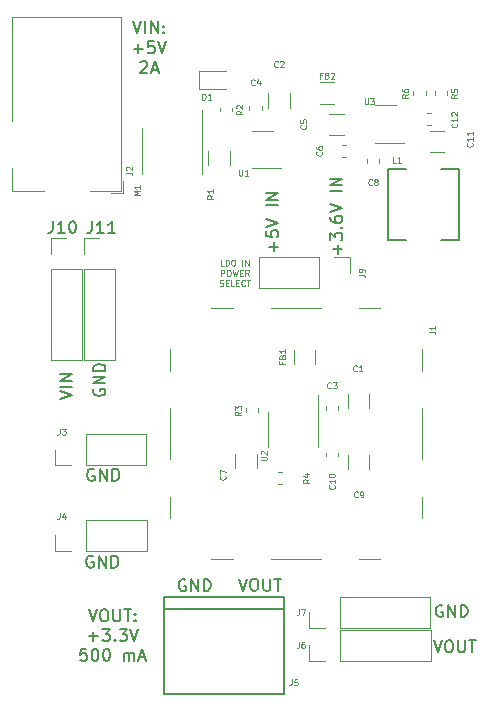
<source format=gbr>
G04 #@! TF.GenerationSoftware,KiCad,Pcbnew,(5.1.6)-1*
G04 #@! TF.CreationDate,2020-08-22T12:18:14-07:00*
G04 #@! TF.ProjectId,Ultra_Low_Noise_Bias_Supply,556c7472-615f-44c6-9f77-5f4e6f697365,rev?*
G04 #@! TF.SameCoordinates,Original*
G04 #@! TF.FileFunction,Legend,Top*
G04 #@! TF.FilePolarity,Positive*
%FSLAX46Y46*%
G04 Gerber Fmt 4.6, Leading zero omitted, Abs format (unit mm)*
G04 Created by KiCad (PCBNEW (5.1.6)-1) date 2020-08-22 12:18:14*
%MOMM*%
%LPD*%
G01*
G04 APERTURE LIST*
%ADD10C,0.152400*%
%ADD11C,0.101600*%
%ADD12C,0.127000*%
%ADD13C,0.120000*%
%ADD14C,0.150000*%
G04 APERTURE END LIST*
D10*
X143900071Y-78186642D02*
X143900071Y-77412547D01*
X144287119Y-77799595D02*
X143513023Y-77799595D01*
X143271119Y-77025500D02*
X143271119Y-76396547D01*
X143658166Y-76735214D01*
X143658166Y-76590071D01*
X143706547Y-76493309D01*
X143754928Y-76444928D01*
X143851690Y-76396547D01*
X144093595Y-76396547D01*
X144190357Y-76444928D01*
X144238738Y-76493309D01*
X144287119Y-76590071D01*
X144287119Y-76880357D01*
X144238738Y-76977119D01*
X144190357Y-77025500D01*
X144190357Y-75961119D02*
X144238738Y-75912738D01*
X144287119Y-75961119D01*
X144238738Y-76009500D01*
X144190357Y-75961119D01*
X144287119Y-75961119D01*
X143271119Y-75041880D02*
X143271119Y-75235404D01*
X143319500Y-75332166D01*
X143367880Y-75380547D01*
X143513023Y-75477309D01*
X143706547Y-75525690D01*
X144093595Y-75525690D01*
X144190357Y-75477309D01*
X144238738Y-75428928D01*
X144287119Y-75332166D01*
X144287119Y-75138642D01*
X144238738Y-75041880D01*
X144190357Y-74993500D01*
X144093595Y-74945119D01*
X143851690Y-74945119D01*
X143754928Y-74993500D01*
X143706547Y-75041880D01*
X143658166Y-75138642D01*
X143658166Y-75332166D01*
X143706547Y-75428928D01*
X143754928Y-75477309D01*
X143851690Y-75525690D01*
X143271119Y-74654833D02*
X144287119Y-74316166D01*
X143271119Y-73977500D01*
X144287119Y-72864738D02*
X143271119Y-72864738D01*
X144287119Y-72380928D02*
X143271119Y-72380928D01*
X144287119Y-71800357D01*
X143271119Y-71800357D01*
X138484791Y-77948608D02*
X138484791Y-77174513D01*
X138871839Y-77561560D02*
X138097743Y-77561560D01*
X137855839Y-76206894D02*
X137855839Y-76690703D01*
X138339648Y-76739084D01*
X138291267Y-76690703D01*
X138242886Y-76593941D01*
X138242886Y-76352037D01*
X138291267Y-76255275D01*
X138339648Y-76206894D01*
X138436410Y-76158513D01*
X138678315Y-76158513D01*
X138775077Y-76206894D01*
X138823458Y-76255275D01*
X138871839Y-76352037D01*
X138871839Y-76593941D01*
X138823458Y-76690703D01*
X138775077Y-76739084D01*
X137855839Y-75868227D02*
X138871839Y-75529560D01*
X137855839Y-75190894D01*
X138871839Y-74078132D02*
X137855839Y-74078132D01*
X138871839Y-73594322D02*
X137855839Y-73594322D01*
X138871839Y-73013751D01*
X137855839Y-73013751D01*
D11*
X134248071Y-79173009D02*
X134006166Y-79173009D01*
X134006166Y-78665009D01*
X134417404Y-79173009D02*
X134417404Y-78665009D01*
X134538357Y-78665009D01*
X134610928Y-78689200D01*
X134659309Y-78737580D01*
X134683500Y-78785961D01*
X134707690Y-78882723D01*
X134707690Y-78955295D01*
X134683500Y-79052057D01*
X134659309Y-79100438D01*
X134610928Y-79148819D01*
X134538357Y-79173009D01*
X134417404Y-79173009D01*
X135022166Y-78665009D02*
X135118928Y-78665009D01*
X135167309Y-78689200D01*
X135215690Y-78737580D01*
X135239880Y-78834342D01*
X135239880Y-79003676D01*
X135215690Y-79100438D01*
X135167309Y-79148819D01*
X135118928Y-79173009D01*
X135022166Y-79173009D01*
X134973785Y-79148819D01*
X134925404Y-79100438D01*
X134901214Y-79003676D01*
X134901214Y-78834342D01*
X134925404Y-78737580D01*
X134973785Y-78689200D01*
X135022166Y-78665009D01*
X135844642Y-79173009D02*
X135844642Y-78665009D01*
X136086547Y-79173009D02*
X136086547Y-78665009D01*
X136376833Y-79173009D01*
X136376833Y-78665009D01*
X134018261Y-80036609D02*
X134018261Y-79528609D01*
X134211785Y-79528609D01*
X134260166Y-79552800D01*
X134284357Y-79576990D01*
X134308547Y-79625371D01*
X134308547Y-79697942D01*
X134284357Y-79746323D01*
X134260166Y-79770514D01*
X134211785Y-79794704D01*
X134018261Y-79794704D01*
X134623023Y-79528609D02*
X134719785Y-79528609D01*
X134768166Y-79552800D01*
X134816547Y-79601180D01*
X134840738Y-79697942D01*
X134840738Y-79867276D01*
X134816547Y-79964038D01*
X134768166Y-80012419D01*
X134719785Y-80036609D01*
X134623023Y-80036609D01*
X134574642Y-80012419D01*
X134526261Y-79964038D01*
X134502071Y-79867276D01*
X134502071Y-79697942D01*
X134526261Y-79601180D01*
X134574642Y-79552800D01*
X134623023Y-79528609D01*
X135010071Y-79528609D02*
X135131023Y-80036609D01*
X135227785Y-79673752D01*
X135324547Y-80036609D01*
X135445500Y-79528609D01*
X135639023Y-79770514D02*
X135808357Y-79770514D01*
X135880928Y-80036609D02*
X135639023Y-80036609D01*
X135639023Y-79528609D01*
X135880928Y-79528609D01*
X136388928Y-80036609D02*
X136219595Y-79794704D01*
X136098642Y-80036609D02*
X136098642Y-79528609D01*
X136292166Y-79528609D01*
X136340547Y-79552800D01*
X136364738Y-79576990D01*
X136388928Y-79625371D01*
X136388928Y-79697942D01*
X136364738Y-79746323D01*
X136340547Y-79770514D01*
X136292166Y-79794704D01*
X136098642Y-79794704D01*
X133933595Y-80876019D02*
X134006166Y-80900209D01*
X134127119Y-80900209D01*
X134175500Y-80876019D01*
X134199690Y-80851828D01*
X134223880Y-80803447D01*
X134223880Y-80755066D01*
X134199690Y-80706685D01*
X134175500Y-80682495D01*
X134127119Y-80658304D01*
X134030357Y-80634114D01*
X133981976Y-80609923D01*
X133957785Y-80585733D01*
X133933595Y-80537352D01*
X133933595Y-80488971D01*
X133957785Y-80440590D01*
X133981976Y-80416400D01*
X134030357Y-80392209D01*
X134151309Y-80392209D01*
X134223880Y-80416400D01*
X134441595Y-80634114D02*
X134610928Y-80634114D01*
X134683500Y-80900209D02*
X134441595Y-80900209D01*
X134441595Y-80392209D01*
X134683500Y-80392209D01*
X135143119Y-80900209D02*
X134901214Y-80900209D01*
X134901214Y-80392209D01*
X135312452Y-80634114D02*
X135481785Y-80634114D01*
X135554357Y-80900209D02*
X135312452Y-80900209D01*
X135312452Y-80392209D01*
X135554357Y-80392209D01*
X136062357Y-80851828D02*
X136038166Y-80876019D01*
X135965595Y-80900209D01*
X135917214Y-80900209D01*
X135844642Y-80876019D01*
X135796261Y-80827638D01*
X135772071Y-80779257D01*
X135747880Y-80682495D01*
X135747880Y-80609923D01*
X135772071Y-80513161D01*
X135796261Y-80464780D01*
X135844642Y-80416400D01*
X135917214Y-80392209D01*
X135965595Y-80392209D01*
X136038166Y-80416400D01*
X136062357Y-80440590D01*
X136207500Y-80392209D02*
X136497785Y-80392209D01*
X136352642Y-80900209D02*
X136352642Y-80392209D01*
D10*
X126582593Y-58498619D02*
X126921260Y-59514619D01*
X127259926Y-58498619D01*
X127598593Y-59514619D02*
X127598593Y-58498619D01*
X128082402Y-59514619D02*
X128082402Y-58498619D01*
X128662974Y-59514619D01*
X128662974Y-58498619D01*
X129146783Y-59417857D02*
X129195164Y-59466238D01*
X129146783Y-59514619D01*
X129098402Y-59466238D01*
X129146783Y-59417857D01*
X129146783Y-59514619D01*
X129146783Y-58885666D02*
X129195164Y-58934047D01*
X129146783Y-58982428D01*
X129098402Y-58934047D01*
X129146783Y-58885666D01*
X129146783Y-58982428D01*
X126630974Y-60803971D02*
X127405069Y-60803971D01*
X127018021Y-61191019D02*
X127018021Y-60416923D01*
X128372688Y-60175019D02*
X127888879Y-60175019D01*
X127840498Y-60658828D01*
X127888879Y-60610447D01*
X127985640Y-60562066D01*
X128227545Y-60562066D01*
X128324307Y-60610447D01*
X128372688Y-60658828D01*
X128421069Y-60755590D01*
X128421069Y-60997495D01*
X128372688Y-61094257D01*
X128324307Y-61142638D01*
X128227545Y-61191019D01*
X127985640Y-61191019D01*
X127888879Y-61142638D01*
X127840498Y-61094257D01*
X128711355Y-60175019D02*
X129050021Y-61191019D01*
X129388688Y-60175019D01*
X127211545Y-61948180D02*
X127259926Y-61899800D01*
X127356688Y-61851419D01*
X127598593Y-61851419D01*
X127695355Y-61899800D01*
X127743736Y-61948180D01*
X127792117Y-62044942D01*
X127792117Y-62141704D01*
X127743736Y-62286847D01*
X127163164Y-62867419D01*
X127792117Y-62867419D01*
X128179164Y-62577133D02*
X128662974Y-62577133D01*
X128082402Y-62867419D02*
X128421069Y-61851419D01*
X128759736Y-62867419D01*
X122834400Y-108267379D02*
X123173066Y-109283379D01*
X123511733Y-108267379D01*
X124043923Y-108267379D02*
X124237447Y-108267379D01*
X124334209Y-108315760D01*
X124430971Y-108412521D01*
X124479352Y-108606045D01*
X124479352Y-108944712D01*
X124430971Y-109138236D01*
X124334209Y-109234998D01*
X124237447Y-109283379D01*
X124043923Y-109283379D01*
X123947161Y-109234998D01*
X123850400Y-109138236D01*
X123802019Y-108944712D01*
X123802019Y-108606045D01*
X123850400Y-108412521D01*
X123947161Y-108315760D01*
X124043923Y-108267379D01*
X124914780Y-108267379D02*
X124914780Y-109089855D01*
X124963161Y-109186617D01*
X125011542Y-109234998D01*
X125108304Y-109283379D01*
X125301828Y-109283379D01*
X125398590Y-109234998D01*
X125446971Y-109186617D01*
X125495352Y-109089855D01*
X125495352Y-108267379D01*
X125834019Y-108267379D02*
X126414590Y-108267379D01*
X126124304Y-109283379D02*
X126124304Y-108267379D01*
X126753257Y-109186617D02*
X126801638Y-109234998D01*
X126753257Y-109283379D01*
X126704876Y-109234998D01*
X126753257Y-109186617D01*
X126753257Y-109283379D01*
X126753257Y-108654426D02*
X126801638Y-108702807D01*
X126753257Y-108751188D01*
X126704876Y-108702807D01*
X126753257Y-108654426D01*
X126753257Y-108751188D01*
X122834400Y-110572731D02*
X123608495Y-110572731D01*
X123221447Y-110959779D02*
X123221447Y-110185683D01*
X123995542Y-109943779D02*
X124624495Y-109943779D01*
X124285828Y-110330826D01*
X124430971Y-110330826D01*
X124527733Y-110379207D01*
X124576114Y-110427588D01*
X124624495Y-110524350D01*
X124624495Y-110766255D01*
X124576114Y-110863017D01*
X124527733Y-110911398D01*
X124430971Y-110959779D01*
X124140685Y-110959779D01*
X124043923Y-110911398D01*
X123995542Y-110863017D01*
X125059923Y-110863017D02*
X125108304Y-110911398D01*
X125059923Y-110959779D01*
X125011542Y-110911398D01*
X125059923Y-110863017D01*
X125059923Y-110959779D01*
X125446971Y-109943779D02*
X126075923Y-109943779D01*
X125737257Y-110330826D01*
X125882400Y-110330826D01*
X125979161Y-110379207D01*
X126027542Y-110427588D01*
X126075923Y-110524350D01*
X126075923Y-110766255D01*
X126027542Y-110863017D01*
X125979161Y-110911398D01*
X125882400Y-110959779D01*
X125592114Y-110959779D01*
X125495352Y-110911398D01*
X125446971Y-110863017D01*
X126366209Y-109943779D02*
X126704876Y-110959779D01*
X127043542Y-109943779D01*
X122640876Y-111620179D02*
X122157066Y-111620179D01*
X122108685Y-112103988D01*
X122157066Y-112055607D01*
X122253828Y-112007226D01*
X122495733Y-112007226D01*
X122592495Y-112055607D01*
X122640876Y-112103988D01*
X122689257Y-112200750D01*
X122689257Y-112442655D01*
X122640876Y-112539417D01*
X122592495Y-112587798D01*
X122495733Y-112636179D01*
X122253828Y-112636179D01*
X122157066Y-112587798D01*
X122108685Y-112539417D01*
X123318209Y-111620179D02*
X123414971Y-111620179D01*
X123511733Y-111668560D01*
X123560114Y-111716940D01*
X123608495Y-111813702D01*
X123656876Y-112007226D01*
X123656876Y-112249131D01*
X123608495Y-112442655D01*
X123560114Y-112539417D01*
X123511733Y-112587798D01*
X123414971Y-112636179D01*
X123318209Y-112636179D01*
X123221447Y-112587798D01*
X123173066Y-112539417D01*
X123124685Y-112442655D01*
X123076304Y-112249131D01*
X123076304Y-112007226D01*
X123124685Y-111813702D01*
X123173066Y-111716940D01*
X123221447Y-111668560D01*
X123318209Y-111620179D01*
X124285828Y-111620179D02*
X124382590Y-111620179D01*
X124479352Y-111668560D01*
X124527733Y-111716940D01*
X124576114Y-111813702D01*
X124624495Y-112007226D01*
X124624495Y-112249131D01*
X124576114Y-112442655D01*
X124527733Y-112539417D01*
X124479352Y-112587798D01*
X124382590Y-112636179D01*
X124285828Y-112636179D01*
X124189066Y-112587798D01*
X124140685Y-112539417D01*
X124092304Y-112442655D01*
X124043923Y-112249131D01*
X124043923Y-112007226D01*
X124092304Y-111813702D01*
X124140685Y-111716940D01*
X124189066Y-111668560D01*
X124285828Y-111620179D01*
X125834019Y-112636179D02*
X125834019Y-111958845D01*
X125834019Y-112055607D02*
X125882400Y-112007226D01*
X125979161Y-111958845D01*
X126124304Y-111958845D01*
X126221066Y-112007226D01*
X126269447Y-112103988D01*
X126269447Y-112636179D01*
X126269447Y-112103988D02*
X126317828Y-112007226D01*
X126414590Y-111958845D01*
X126559733Y-111958845D01*
X126656495Y-112007226D01*
X126704876Y-112103988D01*
X126704876Y-112636179D01*
X127140304Y-112345893D02*
X127624114Y-112345893D01*
X127043542Y-112636179D02*
X127382209Y-111620179D01*
X127720876Y-112636179D01*
X120433979Y-90462341D02*
X121449979Y-90123675D01*
X120433979Y-89785008D01*
X121449979Y-89446341D02*
X120433979Y-89446341D01*
X121449979Y-88962532D02*
X120433979Y-88962532D01*
X121449979Y-88381960D01*
X120433979Y-88381960D01*
X123271280Y-89630915D02*
X123222899Y-89727677D01*
X123222899Y-89872820D01*
X123271280Y-90017962D01*
X123368041Y-90114724D01*
X123464803Y-90163105D01*
X123658327Y-90211486D01*
X123803470Y-90211486D01*
X123996994Y-90163105D01*
X124093756Y-90114724D01*
X124190518Y-90017962D01*
X124238899Y-89872820D01*
X124238899Y-89776058D01*
X124190518Y-89630915D01*
X124142137Y-89582534D01*
X123803470Y-89582534D01*
X123803470Y-89776058D01*
X124238899Y-89147105D02*
X123222899Y-89147105D01*
X124238899Y-88566534D01*
X123222899Y-88566534D01*
X124238899Y-88082724D02*
X123222899Y-88082724D01*
X123222899Y-87840820D01*
X123271280Y-87695677D01*
X123368041Y-87598915D01*
X123464803Y-87550534D01*
X123658327Y-87502153D01*
X123803470Y-87502153D01*
X123996994Y-87550534D01*
X124093756Y-87598915D01*
X124190518Y-87695677D01*
X124238899Y-87840820D01*
X124238899Y-88082724D01*
X123279504Y-96418400D02*
X123182742Y-96370019D01*
X123037600Y-96370019D01*
X122892457Y-96418400D01*
X122795695Y-96515161D01*
X122747314Y-96611923D01*
X122698933Y-96805447D01*
X122698933Y-96950590D01*
X122747314Y-97144114D01*
X122795695Y-97240876D01*
X122892457Y-97337638D01*
X123037600Y-97386019D01*
X123134361Y-97386019D01*
X123279504Y-97337638D01*
X123327885Y-97289257D01*
X123327885Y-96950590D01*
X123134361Y-96950590D01*
X123763314Y-97386019D02*
X123763314Y-96370019D01*
X124343885Y-97386019D01*
X124343885Y-96370019D01*
X124827695Y-97386019D02*
X124827695Y-96370019D01*
X125069600Y-96370019D01*
X125214742Y-96418400D01*
X125311504Y-96515161D01*
X125359885Y-96611923D01*
X125408266Y-96805447D01*
X125408266Y-96950590D01*
X125359885Y-97144114D01*
X125311504Y-97240876D01*
X125214742Y-97337638D01*
X125069600Y-97386019D01*
X124827695Y-97386019D01*
X123216004Y-103774240D02*
X123119242Y-103725859D01*
X122974100Y-103725859D01*
X122828957Y-103774240D01*
X122732195Y-103871001D01*
X122683814Y-103967763D01*
X122635433Y-104161287D01*
X122635433Y-104306430D01*
X122683814Y-104499954D01*
X122732195Y-104596716D01*
X122828957Y-104693478D01*
X122974100Y-104741859D01*
X123070861Y-104741859D01*
X123216004Y-104693478D01*
X123264385Y-104645097D01*
X123264385Y-104306430D01*
X123070861Y-104306430D01*
X123699814Y-104741859D02*
X123699814Y-103725859D01*
X124280385Y-104741859D01*
X124280385Y-103725859D01*
X124764195Y-104741859D02*
X124764195Y-103725859D01*
X125006100Y-103725859D01*
X125151242Y-103774240D01*
X125248004Y-103871001D01*
X125296385Y-103967763D01*
X125344766Y-104161287D01*
X125344766Y-104306430D01*
X125296385Y-104499954D01*
X125248004Y-104596716D01*
X125151242Y-104693478D01*
X125006100Y-104741859D01*
X124764195Y-104741859D01*
X131021424Y-105765600D02*
X130924662Y-105717219D01*
X130779520Y-105717219D01*
X130634377Y-105765600D01*
X130537615Y-105862361D01*
X130489234Y-105959123D01*
X130440853Y-106152647D01*
X130440853Y-106297790D01*
X130489234Y-106491314D01*
X130537615Y-106588076D01*
X130634377Y-106684838D01*
X130779520Y-106733219D01*
X130876281Y-106733219D01*
X131021424Y-106684838D01*
X131069805Y-106636457D01*
X131069805Y-106297790D01*
X130876281Y-106297790D01*
X131505234Y-106733219D02*
X131505234Y-105717219D01*
X132085805Y-106733219D01*
X132085805Y-105717219D01*
X132569615Y-106733219D02*
X132569615Y-105717219D01*
X132811520Y-105717219D01*
X132956662Y-105765600D01*
X133053424Y-105862361D01*
X133101805Y-105959123D01*
X133150186Y-106152647D01*
X133150186Y-106297790D01*
X133101805Y-106491314D01*
X133053424Y-106588076D01*
X132956662Y-106684838D01*
X132811520Y-106733219D01*
X132569615Y-106733219D01*
X135540084Y-105681659D02*
X135878751Y-106697659D01*
X136217418Y-105681659D01*
X136749608Y-105681659D02*
X136943132Y-105681659D01*
X137039894Y-105730040D01*
X137136656Y-105826801D01*
X137185037Y-106020325D01*
X137185037Y-106358992D01*
X137136656Y-106552516D01*
X137039894Y-106649278D01*
X136943132Y-106697659D01*
X136749608Y-106697659D01*
X136652846Y-106649278D01*
X136556084Y-106552516D01*
X136507703Y-106358992D01*
X136507703Y-106020325D01*
X136556084Y-105826801D01*
X136652846Y-105730040D01*
X136749608Y-105681659D01*
X137620465Y-105681659D02*
X137620465Y-106504135D01*
X137668846Y-106600897D01*
X137717227Y-106649278D01*
X137813989Y-106697659D01*
X138007513Y-106697659D01*
X138104275Y-106649278D01*
X138152656Y-106600897D01*
X138201037Y-106504135D01*
X138201037Y-105681659D01*
X138539703Y-105681659D02*
X139120275Y-105681659D01*
X138829989Y-106697659D02*
X138829989Y-105681659D01*
X152784144Y-107960160D02*
X152687382Y-107911779D01*
X152542240Y-107911779D01*
X152397097Y-107960160D01*
X152300335Y-108056921D01*
X152251954Y-108153683D01*
X152203573Y-108347207D01*
X152203573Y-108492350D01*
X152251954Y-108685874D01*
X152300335Y-108782636D01*
X152397097Y-108879398D01*
X152542240Y-108927779D01*
X152639001Y-108927779D01*
X152784144Y-108879398D01*
X152832525Y-108831017D01*
X152832525Y-108492350D01*
X152639001Y-108492350D01*
X153267954Y-108927779D02*
X153267954Y-107911779D01*
X153848525Y-108927779D01*
X153848525Y-107911779D01*
X154332335Y-108927779D02*
X154332335Y-107911779D01*
X154574240Y-107911779D01*
X154719382Y-107960160D01*
X154816144Y-108056921D01*
X154864525Y-108153683D01*
X154912906Y-108347207D01*
X154912906Y-108492350D01*
X154864525Y-108685874D01*
X154816144Y-108782636D01*
X154719382Y-108879398D01*
X154574240Y-108927779D01*
X154332335Y-108927779D01*
X152029764Y-110903899D02*
X152368431Y-111919899D01*
X152707098Y-110903899D01*
X153239288Y-110903899D02*
X153432812Y-110903899D01*
X153529574Y-110952280D01*
X153626336Y-111049041D01*
X153674717Y-111242565D01*
X153674717Y-111581232D01*
X153626336Y-111774756D01*
X153529574Y-111871518D01*
X153432812Y-111919899D01*
X153239288Y-111919899D01*
X153142526Y-111871518D01*
X153045764Y-111774756D01*
X152997383Y-111581232D01*
X152997383Y-111242565D01*
X153045764Y-111049041D01*
X153142526Y-110952280D01*
X153239288Y-110903899D01*
X154110145Y-110903899D02*
X154110145Y-111726375D01*
X154158526Y-111823137D01*
X154206907Y-111871518D01*
X154303669Y-111919899D01*
X154497193Y-111919899D01*
X154593955Y-111871518D01*
X154642336Y-111823137D01*
X154690717Y-111726375D01*
X154690717Y-110903899D01*
X155029383Y-110903899D02*
X155609955Y-110903899D01*
X155319669Y-111919899D02*
X155319669Y-110903899D01*
D12*
X139329160Y-108266300D02*
X129169160Y-108266300D01*
X139329160Y-108266300D02*
X139329160Y-115466300D01*
X139329160Y-107266300D02*
X139329160Y-108266300D01*
X129169160Y-107266300D02*
X139329160Y-107266300D01*
X129169160Y-108266300D02*
X129169160Y-107266300D01*
X129169160Y-115466300D02*
X129169160Y-108266300D01*
X139329160Y-115466300D02*
X129169160Y-115466300D01*
D13*
X135254320Y-96332124D02*
X135254320Y-95127996D01*
X137074320Y-96332124D02*
X137074320Y-95127996D01*
X122398480Y-87126120D02*
X125058480Y-87126120D01*
X122398480Y-79446120D02*
X122398480Y-87126120D01*
X125058480Y-79446120D02*
X125058480Y-87126120D01*
X122398480Y-79446120D02*
X125058480Y-79446120D01*
X122398480Y-78176120D02*
X122398480Y-76846120D01*
X122398480Y-76846120D02*
X123728480Y-76846120D01*
X119614640Y-87146440D02*
X122274640Y-87146440D01*
X119614640Y-79466440D02*
X119614640Y-87146440D01*
X122274640Y-79466440D02*
X122274640Y-87146440D01*
X119614640Y-79466440D02*
X122274640Y-79466440D01*
X119614640Y-78196440D02*
X119614640Y-76866440D01*
X119614640Y-76866440D02*
X120944640Y-76866440D01*
X137221920Y-78438700D02*
X137221920Y-81098700D01*
X142361920Y-78438700D02*
X137221920Y-78438700D01*
X142361920Y-81098700D02*
X137221920Y-81098700D01*
X142361920Y-78438700D02*
X142361920Y-81098700D01*
X143631920Y-78438700D02*
X144961920Y-78438700D01*
X144961920Y-78438700D02*
X144961920Y-79768700D01*
X151769120Y-109856580D02*
X151769120Y-107196580D01*
X144089120Y-109856580D02*
X151769120Y-109856580D01*
X144089120Y-107196580D02*
X151769120Y-107196580D01*
X144089120Y-109856580D02*
X144089120Y-107196580D01*
X142819120Y-109856580D02*
X141489120Y-109856580D01*
X141489120Y-109856580D02*
X141489120Y-108526580D01*
X151782120Y-112641820D02*
X151782120Y-109981820D01*
X144102120Y-112641820D02*
X151782120Y-112641820D01*
X144102120Y-109981820D02*
X151782120Y-109981820D01*
X144102120Y-112641820D02*
X144102120Y-109981820D01*
X142832120Y-112641820D02*
X141502120Y-112641820D01*
X141502120Y-112641820D02*
X141502120Y-111311820D01*
X127750880Y-103328780D02*
X127750880Y-100668780D01*
X122610880Y-103328780D02*
X127750880Y-103328780D01*
X122610880Y-100668780D02*
X127750880Y-100668780D01*
X122610880Y-103328780D02*
X122610880Y-100668780D01*
X121340880Y-103328780D02*
X120010880Y-103328780D01*
X120010880Y-103328780D02*
X120010880Y-101998780D01*
X127710240Y-96094860D02*
X127710240Y-93434860D01*
X122570240Y-96094860D02*
X127710240Y-96094860D01*
X122570240Y-93434860D02*
X127710240Y-93434860D01*
X122570240Y-96094860D02*
X122570240Y-93434860D01*
X121300240Y-96094860D02*
X119970240Y-96094860D01*
X119970240Y-96094860D02*
X119970240Y-94764860D01*
X124720040Y-73042960D02*
X125770040Y-73042960D01*
X125770040Y-71992960D02*
X125770040Y-73042960D01*
X116370040Y-66942960D02*
X116370040Y-58142960D01*
X116370040Y-58142960D02*
X125570040Y-58142960D01*
X119070040Y-72842960D02*
X116370040Y-72842960D01*
X116370040Y-72842960D02*
X116370040Y-70942960D01*
X125570040Y-58142960D02*
X125570040Y-72842960D01*
X125570040Y-72842960D02*
X122970040Y-72842960D01*
X152905544Y-69561120D02*
X151701416Y-69561120D01*
X152905544Y-67741120D02*
X151701416Y-67741120D01*
X144759000Y-96393084D02*
X144759000Y-95188956D01*
X146579000Y-96393084D02*
X146579000Y-95188956D01*
X144409244Y-68126020D02*
X143205116Y-68126020D01*
X144409244Y-66306020D02*
X143205116Y-66306020D01*
X138040700Y-65803864D02*
X138040700Y-64599736D01*
X139860700Y-65803864D02*
X139860700Y-64599736D01*
X146599320Y-90002276D02*
X146599320Y-91206404D01*
X144779320Y-90002276D02*
X144779320Y-91206404D01*
X151030720Y-86253420D02*
X151030720Y-88053420D01*
X129730720Y-86253420D02*
X129730720Y-88053420D01*
X151030720Y-91253420D02*
X151030720Y-95553420D01*
X129730720Y-91253420D02*
X129730720Y-95553420D01*
X151030720Y-98753420D02*
X151030720Y-100553420D01*
X129730720Y-98753420D02*
X129730720Y-100553420D01*
X147530720Y-82753420D02*
X145730720Y-82753420D01*
X147530720Y-104053420D02*
X145730720Y-104053420D01*
X142530720Y-82753420D02*
X138230720Y-82753420D01*
X142530720Y-104053420D02*
X138230720Y-104053420D01*
X135030720Y-82753420D02*
X133230720Y-82753420D01*
X135030720Y-104053420D02*
X133230720Y-104053420D01*
X148885480Y-65606020D02*
X147085480Y-65606020D01*
X147085480Y-68826020D02*
X149535480Y-68826020D01*
X138001480Y-93042740D02*
X138001480Y-94542740D01*
X138001480Y-93042740D02*
X138001480Y-91542740D01*
X142221480Y-93042740D02*
X142221480Y-94542740D01*
X142221480Y-93042740D02*
X142221480Y-90167740D01*
X138446400Y-67807400D02*
X136686400Y-67807400D01*
X136686400Y-70877400D02*
X139116400Y-70877400D01*
X150332980Y-64749899D02*
X150332980Y-64424341D01*
X151352980Y-64749899D02*
X151352980Y-64424341D01*
X153133520Y-64424341D02*
X153133520Y-64749899D01*
X152113520Y-64424341D02*
X152113520Y-64749899D01*
X139171899Y-97672620D02*
X138846341Y-97672620D01*
X139171899Y-96652620D02*
X138846341Y-96652620D01*
X136177560Y-91579919D02*
X136177560Y-91254361D01*
X137197560Y-91579919D02*
X137197560Y-91254361D01*
X134972520Y-65788321D02*
X134972520Y-66113879D01*
X133952520Y-65788321D02*
X133952520Y-66113879D01*
X134788320Y-69476536D02*
X134788320Y-70680664D01*
X132968320Y-69476536D02*
X132968320Y-70680664D01*
X127335600Y-69469000D02*
X127335600Y-71419000D01*
X127335600Y-69469000D02*
X127335600Y-67519000D01*
X132455600Y-69469000D02*
X132455600Y-71419000D01*
X132455600Y-69469000D02*
X132455600Y-66019000D01*
D14*
X149657940Y-77000360D02*
X148157940Y-77000360D01*
X148157940Y-77000360D02*
X148157940Y-71000360D01*
X148157940Y-71000360D02*
X149657940Y-71000360D01*
X154157940Y-77000360D02*
X152657940Y-77000360D01*
X152657940Y-71000360D02*
X154157940Y-71000360D01*
X154157940Y-77000360D02*
X154157940Y-71000360D01*
D13*
X143616764Y-65461560D02*
X142412636Y-65461560D01*
X143616764Y-63641560D02*
X142412636Y-63641560D01*
X140176840Y-87492924D02*
X140176840Y-86288796D01*
X141996840Y-87492924D02*
X141996840Y-86288796D01*
X134452260Y-62724360D02*
X132167260Y-62724360D01*
X132167260Y-62724360D02*
X132167260Y-64194360D01*
X132167260Y-64194360D02*
X134452260Y-64194360D01*
X151793159Y-67306920D02*
X151467601Y-67306920D01*
X151793159Y-66286920D02*
X151467601Y-66286920D01*
X142933960Y-95334039D02*
X142933960Y-95008481D01*
X143953960Y-95334039D02*
X143953960Y-95008481D01*
X146395980Y-70490299D02*
X146395980Y-70164741D01*
X147415980Y-70490299D02*
X147415980Y-70164741D01*
X144604959Y-69973920D02*
X144279401Y-69973920D01*
X144604959Y-68953920D02*
X144279401Y-68953920D01*
X136446800Y-65984339D02*
X136446800Y-65658781D01*
X137466800Y-65984339D02*
X137466800Y-65658781D01*
X143953960Y-91061321D02*
X143953960Y-91386879D01*
X142933960Y-91061321D02*
X142933960Y-91386879D01*
D11*
X140025966Y-114199609D02*
X140025966Y-114562466D01*
X140001776Y-114635038D01*
X139953395Y-114683419D01*
X139880823Y-114707609D01*
X139832442Y-114707609D01*
X140509776Y-114199609D02*
X140267871Y-114199609D01*
X140243680Y-114441514D01*
X140267871Y-114417323D01*
X140316252Y-114393133D01*
X140437204Y-114393133D01*
X140485585Y-114417323D01*
X140509776Y-114441514D01*
X140533966Y-114489895D01*
X140533966Y-114610847D01*
X140509776Y-114659228D01*
X140485585Y-114683419D01*
X140437204Y-114707609D01*
X140316252Y-114707609D01*
X140267871Y-114683419D01*
X140243680Y-114659228D01*
X134374708Y-96972966D02*
X134398899Y-96997157D01*
X134423089Y-97069728D01*
X134423089Y-97118109D01*
X134398899Y-97190680D01*
X134350518Y-97239061D01*
X134302137Y-97263252D01*
X134205375Y-97287442D01*
X134132803Y-97287442D01*
X134036041Y-97263252D01*
X133987660Y-97239061D01*
X133939280Y-97190680D01*
X133915089Y-97118109D01*
X133915089Y-97069728D01*
X133939280Y-96997157D01*
X133963470Y-96972966D01*
X133915089Y-96803633D02*
X133915089Y-96464966D01*
X134423089Y-96682680D01*
D14*
X123111996Y-75423780D02*
X123111996Y-76138066D01*
X123064377Y-76280923D01*
X122969139Y-76376161D01*
X122826281Y-76423780D01*
X122731043Y-76423780D01*
X124111996Y-76423780D02*
X123540567Y-76423780D01*
X123826281Y-76423780D02*
X123826281Y-75423780D01*
X123731043Y-75566638D01*
X123635805Y-75661876D01*
X123540567Y-75709495D01*
X125064377Y-76423780D02*
X124492948Y-76423780D01*
X124778662Y-76423780D02*
X124778662Y-75423780D01*
X124683424Y-75566638D01*
X124588186Y-75661876D01*
X124492948Y-75709495D01*
X119804916Y-75393300D02*
X119804916Y-76107586D01*
X119757297Y-76250443D01*
X119662059Y-76345681D01*
X119519201Y-76393300D01*
X119423963Y-76393300D01*
X120804916Y-76393300D02*
X120233487Y-76393300D01*
X120519201Y-76393300D02*
X120519201Y-75393300D01*
X120423963Y-75536158D01*
X120328725Y-75631396D01*
X120233487Y-75679015D01*
X121423963Y-75393300D02*
X121519201Y-75393300D01*
X121614440Y-75440920D01*
X121662059Y-75488539D01*
X121709678Y-75583777D01*
X121757297Y-75774253D01*
X121757297Y-76012348D01*
X121709678Y-76202824D01*
X121662059Y-76298062D01*
X121614440Y-76345681D01*
X121519201Y-76393300D01*
X121423963Y-76393300D01*
X121328725Y-76345681D01*
X121281106Y-76298062D01*
X121233487Y-76202824D01*
X121185868Y-76012348D01*
X121185868Y-75774253D01*
X121233487Y-75583777D01*
X121281106Y-75488539D01*
X121328725Y-75440920D01*
X121423963Y-75393300D01*
D11*
X145683729Y-79938033D02*
X146046586Y-79938033D01*
X146119158Y-79962223D01*
X146167539Y-80010604D01*
X146191729Y-80083176D01*
X146191729Y-80131557D01*
X146191729Y-79671938D02*
X146191729Y-79575176D01*
X146167539Y-79526795D01*
X146143348Y-79502604D01*
X146070777Y-79454223D01*
X145974015Y-79430033D01*
X145780491Y-79430033D01*
X145732110Y-79454223D01*
X145707920Y-79478414D01*
X145683729Y-79526795D01*
X145683729Y-79623557D01*
X145707920Y-79671938D01*
X145732110Y-79696128D01*
X145780491Y-79720319D01*
X145901443Y-79720319D01*
X145949824Y-79696128D01*
X145974015Y-79671938D01*
X145998205Y-79623557D01*
X145998205Y-79526795D01*
X145974015Y-79478414D01*
X145949824Y-79454223D01*
X145901443Y-79430033D01*
X140633026Y-108253469D02*
X140633026Y-108616326D01*
X140608836Y-108688898D01*
X140560455Y-108737279D01*
X140487883Y-108761469D01*
X140439502Y-108761469D01*
X140826550Y-108253469D02*
X141165217Y-108253469D01*
X140947502Y-108761469D01*
X140633026Y-111027149D02*
X140633026Y-111390006D01*
X140608836Y-111462578D01*
X140560455Y-111510959D01*
X140487883Y-111535149D01*
X140439502Y-111535149D01*
X141092645Y-111027149D02*
X140995883Y-111027149D01*
X140947502Y-111051340D01*
X140923312Y-111075530D01*
X140874931Y-111148101D01*
X140850740Y-111244863D01*
X140850740Y-111438387D01*
X140874931Y-111486768D01*
X140899121Y-111510959D01*
X140947502Y-111535149D01*
X141044264Y-111535149D01*
X141092645Y-111510959D01*
X141116836Y-111486768D01*
X141141026Y-111438387D01*
X141141026Y-111317435D01*
X141116836Y-111269054D01*
X141092645Y-111244863D01*
X141044264Y-111220673D01*
X140947502Y-111220673D01*
X140899121Y-111244863D01*
X140874931Y-111269054D01*
X140850740Y-111317435D01*
X120384146Y-100135629D02*
X120384146Y-100498486D01*
X120359956Y-100571058D01*
X120311575Y-100619439D01*
X120239003Y-100643629D01*
X120190622Y-100643629D01*
X120843765Y-100304962D02*
X120843765Y-100643629D01*
X120722813Y-100111439D02*
X120601860Y-100474296D01*
X120916337Y-100474296D01*
X120384146Y-92967749D02*
X120384146Y-93330606D01*
X120359956Y-93403178D01*
X120311575Y-93451559D01*
X120239003Y-93475749D01*
X120190622Y-93475749D01*
X120577670Y-92967749D02*
X120892146Y-92967749D01*
X120722813Y-93161273D01*
X120795384Y-93161273D01*
X120843765Y-93185463D01*
X120867956Y-93209654D01*
X120892146Y-93258035D01*
X120892146Y-93378987D01*
X120867956Y-93427368D01*
X120843765Y-93451559D01*
X120795384Y-93475749D01*
X120650241Y-93475749D01*
X120601860Y-93451559D01*
X120577670Y-93427368D01*
X126000449Y-71299493D02*
X126363306Y-71299493D01*
X126435878Y-71323683D01*
X126484259Y-71372064D01*
X126508449Y-71444636D01*
X126508449Y-71493017D01*
X126048830Y-71081779D02*
X126024640Y-71057588D01*
X126000449Y-71009207D01*
X126000449Y-70888255D01*
X126024640Y-70839874D01*
X126048830Y-70815683D01*
X126097211Y-70791493D01*
X126145592Y-70791493D01*
X126218163Y-70815683D01*
X126508449Y-71105969D01*
X126508449Y-70791493D01*
X155291608Y-68787191D02*
X155315799Y-68811381D01*
X155339989Y-68883953D01*
X155339989Y-68932334D01*
X155315799Y-69004905D01*
X155267418Y-69053286D01*
X155219037Y-69077477D01*
X155122275Y-69101667D01*
X155049703Y-69101667D01*
X154952941Y-69077477D01*
X154904560Y-69053286D01*
X154856180Y-69004905D01*
X154831989Y-68932334D01*
X154831989Y-68883953D01*
X154856180Y-68811381D01*
X154880370Y-68787191D01*
X155339989Y-68303381D02*
X155339989Y-68593667D01*
X155339989Y-68448524D02*
X154831989Y-68448524D01*
X154904560Y-68496905D01*
X154952941Y-68545286D01*
X154977132Y-68593667D01*
X155339989Y-67819572D02*
X155339989Y-68109858D01*
X155339989Y-67964715D02*
X154831989Y-67964715D01*
X154904560Y-68013096D01*
X154952941Y-68061477D01*
X154977132Y-68109858D01*
X145609733Y-98756288D02*
X145585542Y-98780479D01*
X145512971Y-98804669D01*
X145464590Y-98804669D01*
X145392019Y-98780479D01*
X145343638Y-98732098D01*
X145319447Y-98683717D01*
X145295257Y-98586955D01*
X145295257Y-98514383D01*
X145319447Y-98417621D01*
X145343638Y-98369240D01*
X145392019Y-98320860D01*
X145464590Y-98296669D01*
X145512971Y-98296669D01*
X145585542Y-98320860D01*
X145609733Y-98345050D01*
X145851638Y-98804669D02*
X145948400Y-98804669D01*
X145996780Y-98780479D01*
X146020971Y-98756288D01*
X146069352Y-98683717D01*
X146093542Y-98586955D01*
X146093542Y-98393431D01*
X146069352Y-98345050D01*
X146045161Y-98320860D01*
X145996780Y-98296669D01*
X145900019Y-98296669D01*
X145851638Y-98320860D01*
X145827447Y-98345050D01*
X145803257Y-98393431D01*
X145803257Y-98514383D01*
X145827447Y-98562764D01*
X145851638Y-98586955D01*
X145900019Y-98611145D01*
X145996780Y-98611145D01*
X146045161Y-98586955D01*
X146069352Y-98562764D01*
X146093542Y-98514383D01*
X141207308Y-67275286D02*
X141231499Y-67299477D01*
X141255689Y-67372048D01*
X141255689Y-67420429D01*
X141231499Y-67493000D01*
X141183118Y-67541381D01*
X141134737Y-67565572D01*
X141037975Y-67589762D01*
X140965403Y-67589762D01*
X140868641Y-67565572D01*
X140820260Y-67541381D01*
X140771880Y-67493000D01*
X140747689Y-67420429D01*
X140747689Y-67372048D01*
X140771880Y-67299477D01*
X140796070Y-67275286D01*
X140747689Y-66815667D02*
X140747689Y-67057572D01*
X140989594Y-67081762D01*
X140965403Y-67057572D01*
X140941213Y-67009191D01*
X140941213Y-66888239D01*
X140965403Y-66839858D01*
X140989594Y-66815667D01*
X141037975Y-66791477D01*
X141158927Y-66791477D01*
X141207308Y-66815667D01*
X141231499Y-66839858D01*
X141255689Y-66888239D01*
X141255689Y-67009191D01*
X141231499Y-67057572D01*
X141207308Y-67081762D01*
X138853333Y-62314908D02*
X138829142Y-62339099D01*
X138756571Y-62363289D01*
X138708190Y-62363289D01*
X138635619Y-62339099D01*
X138587238Y-62290718D01*
X138563047Y-62242337D01*
X138538857Y-62145575D01*
X138538857Y-62073003D01*
X138563047Y-61976241D01*
X138587238Y-61927860D01*
X138635619Y-61879480D01*
X138708190Y-61855289D01*
X138756571Y-61855289D01*
X138829142Y-61879480D01*
X138853333Y-61903670D01*
X139046857Y-61903670D02*
X139071047Y-61879480D01*
X139119428Y-61855289D01*
X139240380Y-61855289D01*
X139288761Y-61879480D01*
X139312952Y-61903670D01*
X139337142Y-61952051D01*
X139337142Y-62000432D01*
X139312952Y-62073003D01*
X139022666Y-62363289D01*
X139337142Y-62363289D01*
X145523373Y-88083208D02*
X145499182Y-88107399D01*
X145426611Y-88131589D01*
X145378230Y-88131589D01*
X145305659Y-88107399D01*
X145257278Y-88059018D01*
X145233087Y-88010637D01*
X145208897Y-87913875D01*
X145208897Y-87841303D01*
X145233087Y-87744541D01*
X145257278Y-87696160D01*
X145305659Y-87647780D01*
X145378230Y-87623589D01*
X145426611Y-87623589D01*
X145499182Y-87647780D01*
X145523373Y-87671970D01*
X146007182Y-88131589D02*
X145716897Y-88131589D01*
X145862040Y-88131589D02*
X145862040Y-87623589D01*
X145813659Y-87696160D01*
X145765278Y-87744541D01*
X145716897Y-87768732D01*
X151684929Y-84784353D02*
X152047786Y-84784353D01*
X152120358Y-84808543D01*
X152168739Y-84856924D01*
X152192929Y-84929496D01*
X152192929Y-84977877D01*
X152192929Y-84276353D02*
X152192929Y-84566639D01*
X152192929Y-84421496D02*
X151684929Y-84421496D01*
X151757500Y-84469877D01*
X151805881Y-84518258D01*
X151830072Y-84566639D01*
X146188732Y-65007429D02*
X146188732Y-65418667D01*
X146212922Y-65467048D01*
X146237113Y-65491239D01*
X146285494Y-65515429D01*
X146382256Y-65515429D01*
X146430637Y-65491239D01*
X146454827Y-65467048D01*
X146479018Y-65418667D01*
X146479018Y-65007429D01*
X146672541Y-65007429D02*
X146987018Y-65007429D01*
X146817684Y-65200953D01*
X146890256Y-65200953D01*
X146938637Y-65225143D01*
X146962827Y-65249334D01*
X146987018Y-65297715D01*
X146987018Y-65418667D01*
X146962827Y-65467048D01*
X146938637Y-65491239D01*
X146890256Y-65515429D01*
X146745113Y-65515429D01*
X146696732Y-65491239D01*
X146672541Y-65467048D01*
X137394889Y-95654827D02*
X137806127Y-95654827D01*
X137854508Y-95630637D01*
X137878699Y-95606446D01*
X137902889Y-95558065D01*
X137902889Y-95461303D01*
X137878699Y-95412922D01*
X137854508Y-95388732D01*
X137806127Y-95364541D01*
X137394889Y-95364541D01*
X137443270Y-95146827D02*
X137419080Y-95122637D01*
X137394889Y-95074256D01*
X137394889Y-94953303D01*
X137419080Y-94904922D01*
X137443270Y-94880732D01*
X137491651Y-94856541D01*
X137540032Y-94856541D01*
X137612603Y-94880732D01*
X137902889Y-95171018D01*
X137902889Y-94856541D01*
X135563912Y-71050089D02*
X135563912Y-71461327D01*
X135588102Y-71509708D01*
X135612293Y-71533899D01*
X135660674Y-71558089D01*
X135757436Y-71558089D01*
X135805817Y-71533899D01*
X135830007Y-71509708D01*
X135854198Y-71461327D01*
X135854198Y-71050089D01*
X136362198Y-71558089D02*
X136071912Y-71558089D01*
X136217055Y-71558089D02*
X136217055Y-71050089D01*
X136168674Y-71122660D01*
X136120293Y-71171041D01*
X136071912Y-71195232D01*
X149878989Y-64684486D02*
X149637084Y-64853820D01*
X149878989Y-64974772D02*
X149370989Y-64974772D01*
X149370989Y-64781248D01*
X149395180Y-64732867D01*
X149419370Y-64708677D01*
X149467751Y-64684486D01*
X149540322Y-64684486D01*
X149588703Y-64708677D01*
X149612894Y-64732867D01*
X149637084Y-64781248D01*
X149637084Y-64974772D01*
X149370989Y-64249058D02*
X149370989Y-64345820D01*
X149395180Y-64394200D01*
X149419370Y-64418391D01*
X149491941Y-64466772D01*
X149588703Y-64490962D01*
X149782227Y-64490962D01*
X149830608Y-64466772D01*
X149854799Y-64442581D01*
X149878989Y-64394200D01*
X149878989Y-64297439D01*
X149854799Y-64249058D01*
X149830608Y-64224867D01*
X149782227Y-64200677D01*
X149661275Y-64200677D01*
X149612894Y-64224867D01*
X149588703Y-64249058D01*
X149564513Y-64297439D01*
X149564513Y-64394200D01*
X149588703Y-64442581D01*
X149612894Y-64466772D01*
X149661275Y-64490962D01*
X154036969Y-64679406D02*
X153795064Y-64848740D01*
X154036969Y-64969692D02*
X153528969Y-64969692D01*
X153528969Y-64776168D01*
X153553160Y-64727787D01*
X153577350Y-64703597D01*
X153625731Y-64679406D01*
X153698302Y-64679406D01*
X153746683Y-64703597D01*
X153770874Y-64727787D01*
X153795064Y-64776168D01*
X153795064Y-64969692D01*
X153528969Y-64219787D02*
X153528969Y-64461692D01*
X153770874Y-64485882D01*
X153746683Y-64461692D01*
X153722493Y-64413311D01*
X153722493Y-64292359D01*
X153746683Y-64243978D01*
X153770874Y-64219787D01*
X153819255Y-64195597D01*
X153940207Y-64195597D01*
X153988588Y-64219787D01*
X154012779Y-64243978D01*
X154036969Y-64292359D01*
X154036969Y-64413311D01*
X154012779Y-64461692D01*
X153988588Y-64485882D01*
X141524929Y-97257446D02*
X141283024Y-97426780D01*
X141524929Y-97547732D02*
X141016929Y-97547732D01*
X141016929Y-97354208D01*
X141041120Y-97305827D01*
X141065310Y-97281637D01*
X141113691Y-97257446D01*
X141186262Y-97257446D01*
X141234643Y-97281637D01*
X141258834Y-97305827D01*
X141283024Y-97354208D01*
X141283024Y-97547732D01*
X141186262Y-96822018D02*
X141524929Y-96822018D01*
X140992739Y-96942970D02*
X141355596Y-97063922D01*
X141355596Y-96749446D01*
X135738809Y-91557686D02*
X135496904Y-91727020D01*
X135738809Y-91847972D02*
X135230809Y-91847972D01*
X135230809Y-91654448D01*
X135255000Y-91606067D01*
X135279190Y-91581877D01*
X135327571Y-91557686D01*
X135400142Y-91557686D01*
X135448523Y-91581877D01*
X135472714Y-91606067D01*
X135496904Y-91654448D01*
X135496904Y-91847972D01*
X135230809Y-91388353D02*
X135230809Y-91073877D01*
X135424333Y-91243210D01*
X135424333Y-91170639D01*
X135448523Y-91122258D01*
X135472714Y-91098067D01*
X135521095Y-91073877D01*
X135642047Y-91073877D01*
X135690428Y-91098067D01*
X135714619Y-91122258D01*
X135738809Y-91170639D01*
X135738809Y-91315781D01*
X135714619Y-91364162D01*
X135690428Y-91388353D01*
X135845489Y-66056086D02*
X135603584Y-66225420D01*
X135845489Y-66346372D02*
X135337489Y-66346372D01*
X135337489Y-66152848D01*
X135361680Y-66104467D01*
X135385870Y-66080277D01*
X135434251Y-66056086D01*
X135506822Y-66056086D01*
X135555203Y-66080277D01*
X135579394Y-66104467D01*
X135603584Y-66152848D01*
X135603584Y-66346372D01*
X135385870Y-65862562D02*
X135361680Y-65838372D01*
X135337489Y-65789991D01*
X135337489Y-65669039D01*
X135361680Y-65620658D01*
X135385870Y-65596467D01*
X135434251Y-65572277D01*
X135482632Y-65572277D01*
X135555203Y-65596467D01*
X135845489Y-65886753D01*
X135845489Y-65572277D01*
X133396929Y-73211266D02*
X133155024Y-73380600D01*
X133396929Y-73501552D02*
X132888929Y-73501552D01*
X132888929Y-73308028D01*
X132913120Y-73259647D01*
X132937310Y-73235457D01*
X132985691Y-73211266D01*
X133058262Y-73211266D01*
X133106643Y-73235457D01*
X133130834Y-73259647D01*
X133155024Y-73308028D01*
X133155024Y-73501552D01*
X133396929Y-72727457D02*
X133396929Y-73017742D01*
X133396929Y-72872600D02*
X132888929Y-72872600D01*
X132961500Y-72920980D01*
X133009881Y-72969361D01*
X133034072Y-73017742D01*
X127179009Y-73233038D02*
X126671009Y-73233038D01*
X127033866Y-73063704D01*
X126671009Y-72894371D01*
X127179009Y-72894371D01*
X127179009Y-72386371D02*
X127179009Y-72676657D01*
X127179009Y-72531514D02*
X126671009Y-72531514D01*
X126743580Y-72579895D01*
X126791961Y-72628276D01*
X126816152Y-72676657D01*
X148848233Y-70445569D02*
X148606328Y-70445569D01*
X148606328Y-69937569D01*
X149283661Y-70445569D02*
X148993376Y-70445569D01*
X149138519Y-70445569D02*
X149138519Y-69937569D01*
X149090138Y-70010140D01*
X149041757Y-70058521D01*
X148993376Y-70082712D01*
X142591366Y-63067474D02*
X142422033Y-63067474D01*
X142422033Y-63333569D02*
X142422033Y-62825569D01*
X142663938Y-62825569D01*
X143026795Y-63067474D02*
X143099366Y-63091664D01*
X143123557Y-63115855D01*
X143147747Y-63164236D01*
X143147747Y-63236807D01*
X143123557Y-63285188D01*
X143099366Y-63309379D01*
X143050985Y-63333569D01*
X142857461Y-63333569D01*
X142857461Y-62825569D01*
X143026795Y-62825569D01*
X143075176Y-62849760D01*
X143099366Y-62873950D01*
X143123557Y-62922331D01*
X143123557Y-62970712D01*
X143099366Y-63019093D01*
X143075176Y-63043283D01*
X143026795Y-63067474D01*
X142857461Y-63067474D01*
X143341271Y-62873950D02*
X143365461Y-62849760D01*
X143413842Y-62825569D01*
X143534795Y-62825569D01*
X143583176Y-62849760D01*
X143607366Y-62873950D01*
X143631557Y-62922331D01*
X143631557Y-62970712D01*
X143607366Y-63043283D01*
X143317080Y-63333569D01*
X143631557Y-63333569D01*
X139230554Y-87314193D02*
X139230554Y-87483526D01*
X139496649Y-87483526D02*
X138988649Y-87483526D01*
X138988649Y-87241621D01*
X139230554Y-86878764D02*
X139254744Y-86806193D01*
X139278935Y-86782002D01*
X139327316Y-86757812D01*
X139399887Y-86757812D01*
X139448268Y-86782002D01*
X139472459Y-86806193D01*
X139496649Y-86854574D01*
X139496649Y-87048098D01*
X138988649Y-87048098D01*
X138988649Y-86878764D01*
X139012840Y-86830383D01*
X139037030Y-86806193D01*
X139085411Y-86782002D01*
X139133792Y-86782002D01*
X139182173Y-86806193D01*
X139206363Y-86830383D01*
X139230554Y-86878764D01*
X139230554Y-87048098D01*
X139496649Y-86274002D02*
X139496649Y-86564288D01*
X139496649Y-86419145D02*
X138988649Y-86419145D01*
X139061220Y-86467526D01*
X139109601Y-86515907D01*
X139133792Y-86564288D01*
X132446727Y-65109029D02*
X132446727Y-64601029D01*
X132567680Y-64601029D01*
X132640251Y-64625220D01*
X132688632Y-64673600D01*
X132712822Y-64721981D01*
X132737013Y-64818743D01*
X132737013Y-64891315D01*
X132712822Y-64988077D01*
X132688632Y-65036458D01*
X132640251Y-65084839D01*
X132567680Y-65109029D01*
X132446727Y-65109029D01*
X133220822Y-65109029D02*
X132930537Y-65109029D01*
X133075680Y-65109029D02*
X133075680Y-64601029D01*
X133027299Y-64673600D01*
X132978918Y-64721981D01*
X132930537Y-64746172D01*
X153996208Y-67148891D02*
X154020399Y-67173081D01*
X154044589Y-67245653D01*
X154044589Y-67294034D01*
X154020399Y-67366605D01*
X153972018Y-67414986D01*
X153923637Y-67439177D01*
X153826875Y-67463367D01*
X153754303Y-67463367D01*
X153657541Y-67439177D01*
X153609160Y-67414986D01*
X153560780Y-67366605D01*
X153536589Y-67294034D01*
X153536589Y-67245653D01*
X153560780Y-67173081D01*
X153584970Y-67148891D01*
X154044589Y-66665081D02*
X154044589Y-66955367D01*
X154044589Y-66810224D02*
X153536589Y-66810224D01*
X153609160Y-66858605D01*
X153657541Y-66906986D01*
X153681732Y-66955367D01*
X153584970Y-66471558D02*
X153560780Y-66447367D01*
X153536589Y-66398986D01*
X153536589Y-66278034D01*
X153560780Y-66229653D01*
X153584970Y-66205462D01*
X153633351Y-66181272D01*
X153681732Y-66181272D01*
X153754303Y-66205462D01*
X154044589Y-66495748D01*
X154044589Y-66181272D01*
X143625388Y-97773671D02*
X143649579Y-97797861D01*
X143673769Y-97870433D01*
X143673769Y-97918814D01*
X143649579Y-97991385D01*
X143601198Y-98039766D01*
X143552817Y-98063957D01*
X143456055Y-98088147D01*
X143383483Y-98088147D01*
X143286721Y-98063957D01*
X143238340Y-98039766D01*
X143189960Y-97991385D01*
X143165769Y-97918814D01*
X143165769Y-97870433D01*
X143189960Y-97797861D01*
X143214150Y-97773671D01*
X143673769Y-97289861D02*
X143673769Y-97580147D01*
X143673769Y-97435004D02*
X143165769Y-97435004D01*
X143238340Y-97483385D01*
X143286721Y-97531766D01*
X143310912Y-97580147D01*
X143165769Y-96975385D02*
X143165769Y-96927004D01*
X143189960Y-96878623D01*
X143214150Y-96854433D01*
X143262531Y-96830242D01*
X143359293Y-96806052D01*
X143480245Y-96806052D01*
X143577007Y-96830242D01*
X143625388Y-96854433D01*
X143649579Y-96878623D01*
X143673769Y-96927004D01*
X143673769Y-96975385D01*
X143649579Y-97023766D01*
X143625388Y-97047957D01*
X143577007Y-97072147D01*
X143480245Y-97096338D01*
X143359293Y-97096338D01*
X143262531Y-97072147D01*
X143214150Y-97047957D01*
X143189960Y-97023766D01*
X143165769Y-96975385D01*
X146821313Y-72312348D02*
X146797122Y-72336539D01*
X146724551Y-72360729D01*
X146676170Y-72360729D01*
X146603599Y-72336539D01*
X146555218Y-72288158D01*
X146531027Y-72239777D01*
X146506837Y-72143015D01*
X146506837Y-72070443D01*
X146531027Y-71973681D01*
X146555218Y-71925300D01*
X146603599Y-71876920D01*
X146676170Y-71852729D01*
X146724551Y-71852729D01*
X146797122Y-71876920D01*
X146821313Y-71901110D01*
X147111599Y-72070443D02*
X147063218Y-72046253D01*
X147039027Y-72022062D01*
X147014837Y-71973681D01*
X147014837Y-71949491D01*
X147039027Y-71901110D01*
X147063218Y-71876920D01*
X147111599Y-71852729D01*
X147208360Y-71852729D01*
X147256741Y-71876920D01*
X147280932Y-71901110D01*
X147305122Y-71949491D01*
X147305122Y-71973681D01*
X147280932Y-72022062D01*
X147256741Y-72046253D01*
X147208360Y-72070443D01*
X147111599Y-72070443D01*
X147063218Y-72094634D01*
X147039027Y-72118824D01*
X147014837Y-72167205D01*
X147014837Y-72263967D01*
X147039027Y-72312348D01*
X147063218Y-72336539D01*
X147111599Y-72360729D01*
X147208360Y-72360729D01*
X147256741Y-72336539D01*
X147280932Y-72312348D01*
X147305122Y-72263967D01*
X147305122Y-72167205D01*
X147280932Y-72118824D01*
X147256741Y-72094634D01*
X147208360Y-72070443D01*
X142553508Y-69535886D02*
X142577699Y-69560077D01*
X142601889Y-69632648D01*
X142601889Y-69681029D01*
X142577699Y-69753600D01*
X142529318Y-69801981D01*
X142480937Y-69826172D01*
X142384175Y-69850362D01*
X142311603Y-69850362D01*
X142214841Y-69826172D01*
X142166460Y-69801981D01*
X142118080Y-69753600D01*
X142093889Y-69681029D01*
X142093889Y-69632648D01*
X142118080Y-69560077D01*
X142142270Y-69535886D01*
X142093889Y-69100458D02*
X142093889Y-69197220D01*
X142118080Y-69245600D01*
X142142270Y-69269791D01*
X142214841Y-69318172D01*
X142311603Y-69342362D01*
X142505127Y-69342362D01*
X142553508Y-69318172D01*
X142577699Y-69293981D01*
X142601889Y-69245600D01*
X142601889Y-69148839D01*
X142577699Y-69100458D01*
X142553508Y-69076267D01*
X142505127Y-69052077D01*
X142384175Y-69052077D01*
X142335794Y-69076267D01*
X142311603Y-69100458D01*
X142287413Y-69148839D01*
X142287413Y-69245600D01*
X142311603Y-69293981D01*
X142335794Y-69318172D01*
X142384175Y-69342362D01*
X136882293Y-63859228D02*
X136858102Y-63883419D01*
X136785531Y-63907609D01*
X136737150Y-63907609D01*
X136664579Y-63883419D01*
X136616198Y-63835038D01*
X136592007Y-63786657D01*
X136567817Y-63689895D01*
X136567817Y-63617323D01*
X136592007Y-63520561D01*
X136616198Y-63472180D01*
X136664579Y-63423800D01*
X136737150Y-63399609D01*
X136785531Y-63399609D01*
X136858102Y-63423800D01*
X136882293Y-63447990D01*
X137317721Y-63568942D02*
X137317721Y-63907609D01*
X137196769Y-63375419D02*
X137075817Y-63738276D01*
X137390293Y-63738276D01*
X143338973Y-89525928D02*
X143314782Y-89550119D01*
X143242211Y-89574309D01*
X143193830Y-89574309D01*
X143121259Y-89550119D01*
X143072878Y-89501738D01*
X143048687Y-89453357D01*
X143024497Y-89356595D01*
X143024497Y-89284023D01*
X143048687Y-89187261D01*
X143072878Y-89138880D01*
X143121259Y-89090500D01*
X143193830Y-89066309D01*
X143242211Y-89066309D01*
X143314782Y-89090500D01*
X143338973Y-89114690D01*
X143508306Y-89066309D02*
X143822782Y-89066309D01*
X143653449Y-89259833D01*
X143726020Y-89259833D01*
X143774401Y-89284023D01*
X143798592Y-89308214D01*
X143822782Y-89356595D01*
X143822782Y-89477547D01*
X143798592Y-89525928D01*
X143774401Y-89550119D01*
X143726020Y-89574309D01*
X143580878Y-89574309D01*
X143532497Y-89550119D01*
X143508306Y-89525928D01*
M02*

</source>
